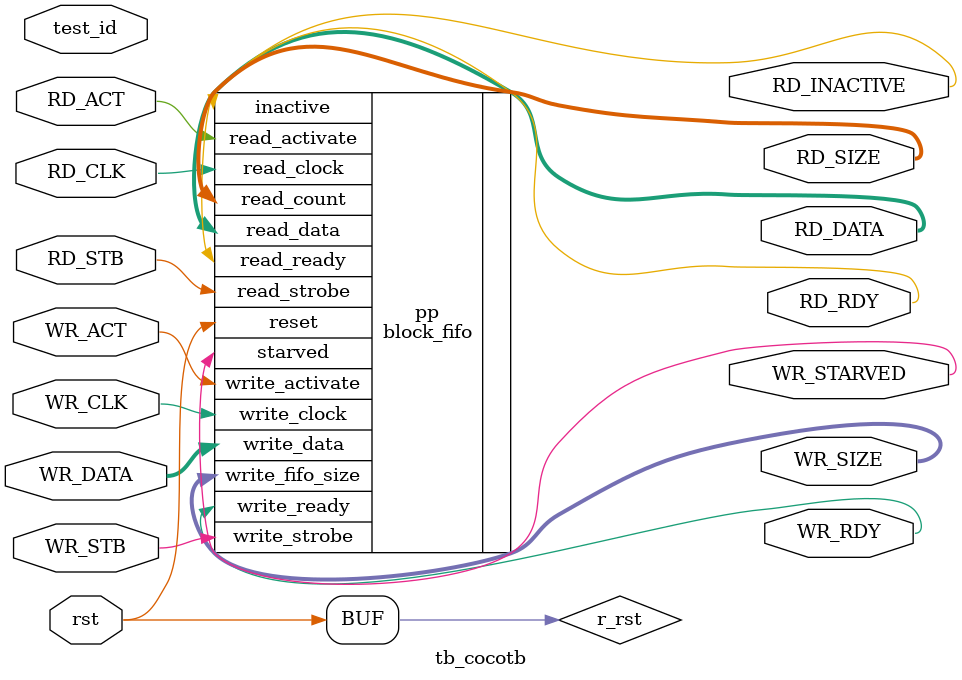
<source format=v>

`timescale 1ns/1ps

module tb_cocotb #(
  parameter DATA_WIDTH          = 32,
  parameter FIFO_WIDTH          = 8
)(

  input                             rst,
  input       [31:0]                test_id,

  //write side
  input                             WR_CLK,
  output                            WR_RDY,
  input                             WR_ACT,
  output      [23:0]                WR_SIZE,
  input                             WR_STB,
  input       [DATA_WIDTH - 1: 0]   WR_DATA,
  output                            WR_STARVED,

  //read side
  input                             RD_CLK,
  input                             RD_STB,
  output                            RD_RDY,
  input                             RD_ACT,
  output      [23:0]                RD_SIZE,
  output      [DATA_WIDTH - 1: 0]   RD_DATA,

  output                            RD_INACTIVE
);

//Local Parameters

//Registers/Wires
reg                                 r_rst;

//Submodules
block_fifo#(
  .DATA_WIDTH      (DATA_WIDTH      ),
  .ADDRESS_WIDTH   (FIFO_WIDTH      )
)pp(
  //universal input
  .reset           (r_rst           ),

  //Write Path
  .write_clock     (WR_CLK          ),
  .write_ready     (WR_RDY          ),
  .write_activate  (WR_ACT          ),
  .write_fifo_size (WR_SIZE         ),
  .write_strobe    (WR_STB          ),
  .write_data      (WR_DATA         ),
  .starved         (WR_STARVED      ),

  //Read Path
  .read_clock      (RD_CLK          ),
  .read_strobe     (RD_STB          ),
  .read_ready      (RD_RDY          ),
  .read_activate   (RD_ACT          ),
  .read_count      (RD_SIZE         ),
  .read_data       (RD_DATA         ),

  .inactive        (RD_INACTIVE     )
);

//There is a timing thing in COCOTB when stiumlating a signal, sometimes it can be corrupted if not registered
always @ (*) r_rst          = rst;

//Submodules
//Asynchronous Logic
//Synchronous Logic
//Simulation Control
initial begin
  $dumpfile ("design.vcd");
  $dumpvars(0, tb_cocotb);
end

endmodule

</source>
